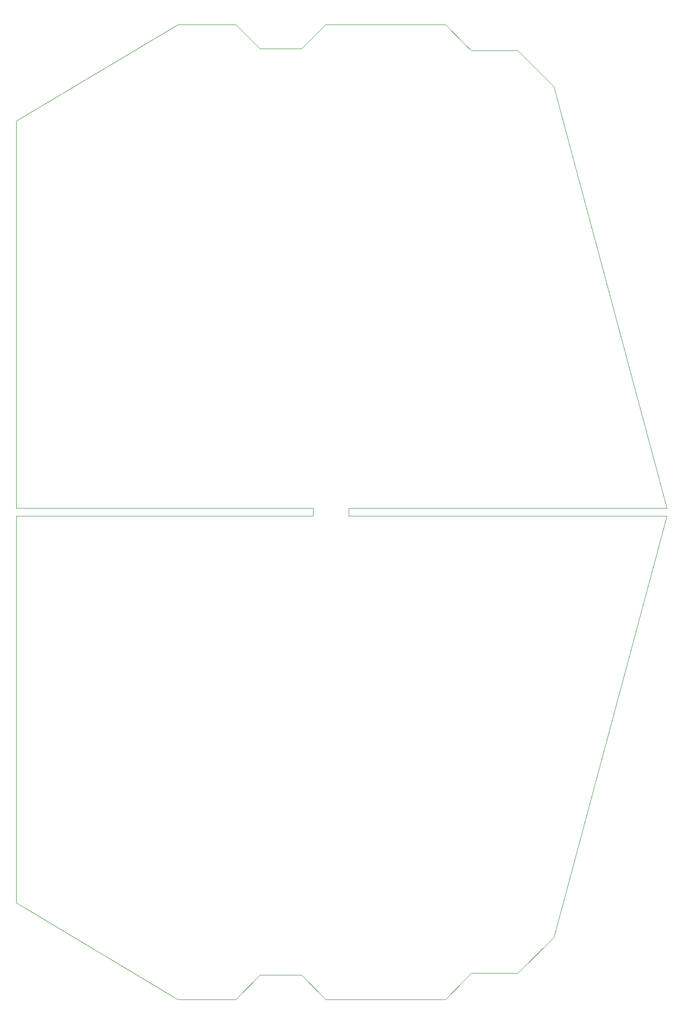
<source format=gm1>
G04 #@! TF.GenerationSoftware,KiCad,Pcbnew,(5.1.6)-1*
G04 #@! TF.CreationDate,2020-08-19T15:34:49-05:00*
G04 #@! TF.ProjectId,CurvedChoc,43757276-6564-4436-986f-632e6b696361,rev?*
G04 #@! TF.SameCoordinates,Original*
G04 #@! TF.FileFunction,Profile,NP*
%FSLAX46Y46*%
G04 Gerber Fmt 4.6, Leading zero omitted, Abs format (unit mm)*
G04 Created by KiCad (PCBNEW (5.1.6)-1) date 2020-08-19 15:34:49*
%MOMM*%
%LPD*%
G01*
G04 APERTURE LIST*
G04 #@! TA.AperFunction,Profile*
%ADD10C,0.050000*%
G04 #@! TD*
G04 APERTURE END LIST*
D10*
X145453100Y-19951700D02*
X146659600Y-21158200D01*
X146659600Y-21158200D02*
X155168600Y-21158200D01*
X63494920Y-106227880D02*
X117734080Y-106227880D01*
X182379619Y-106227880D02*
X124256800Y-106227880D01*
X182384700Y-104775000D02*
X124256800Y-104775000D01*
X63500000Y-104775000D02*
X117734080Y-104775000D01*
X117734080Y-104775000D02*
X117734080Y-106227880D01*
X124256800Y-104775000D02*
X124256800Y-106227880D01*
X146654520Y-189844680D02*
X155163520Y-189844680D01*
X141904720Y-194594480D02*
X120009920Y-194594480D01*
X92971620Y-194632580D02*
X63494920Y-176966880D01*
X141904720Y-194594480D02*
X145448020Y-191051180D01*
X161716720Y-183291480D02*
X182379619Y-106227880D01*
X145448020Y-191051180D02*
X146654520Y-189844680D01*
X108021121Y-190162180D02*
X115577620Y-190162180D01*
X115577620Y-190162180D02*
X120009920Y-194594480D01*
X103550720Y-194632580D02*
X92971620Y-194632580D01*
X155163520Y-189844680D02*
X161716720Y-183291480D01*
X108021121Y-190162180D02*
X103550720Y-194632580D01*
X63494920Y-176966880D02*
X63494920Y-106227880D01*
X161721800Y-27711400D02*
X182384700Y-104775000D01*
X155168600Y-21158200D02*
X161721800Y-27711400D01*
X141909800Y-16408400D02*
X145453100Y-19951700D01*
X92976700Y-16370300D02*
X63500000Y-34036000D01*
X103555800Y-16370300D02*
X92976700Y-16370300D01*
X141909800Y-16408400D02*
X120015000Y-16408400D01*
X115582700Y-20840700D02*
X120015000Y-16408400D01*
X108026200Y-20840700D02*
X115582700Y-20840700D01*
X63500000Y-34036000D02*
X63500000Y-104775000D01*
X108026200Y-20840700D02*
X103555800Y-16370300D01*
M02*

</source>
